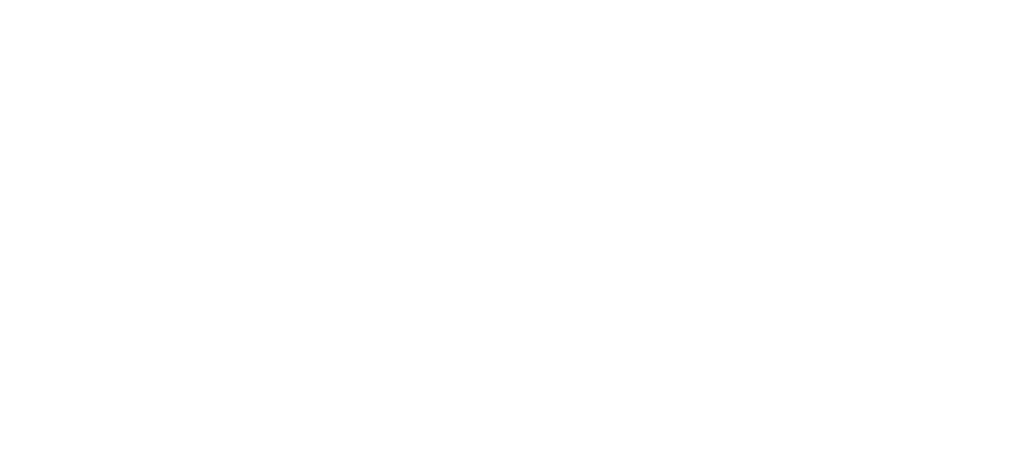
<source format=kicad_pcb>
(kicad_pcb (version 4) (host Gerbview "4.0.7")
  (layers (0 F.Cu signal) (31 B.Cu signal) (34 B.Paste user) (35 F.Paste user) (36 B.SilkS user) (37 F.SilkS user) (38 B.Mask user) (39 F.Mask user) (44 Edge.Cuts user))
)
</source>
